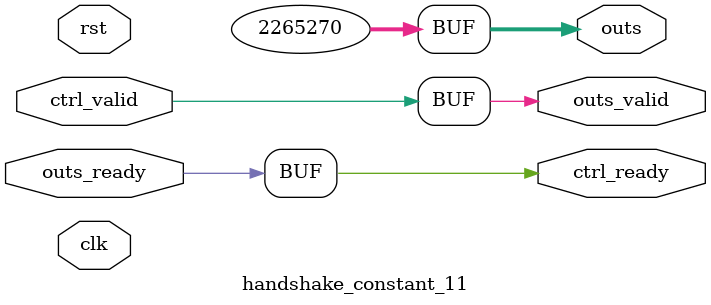
<source format=v>
`timescale 1ns / 1ps
module handshake_constant_11 #(
  parameter DATA_WIDTH = 32  // Default set to 32 bits
) (
  input                       clk,
  input                       rst,
  // Input Channel
  input                       ctrl_valid,
  output                      ctrl_ready,
  // Output Channel
  output [DATA_WIDTH - 1 : 0] outs,
  output                      outs_valid,
  input                       outs_ready
);
  assign outs       = 22'b1000101001000010110110;
  assign outs_valid = ctrl_valid;
  assign ctrl_ready = outs_ready;

endmodule

</source>
